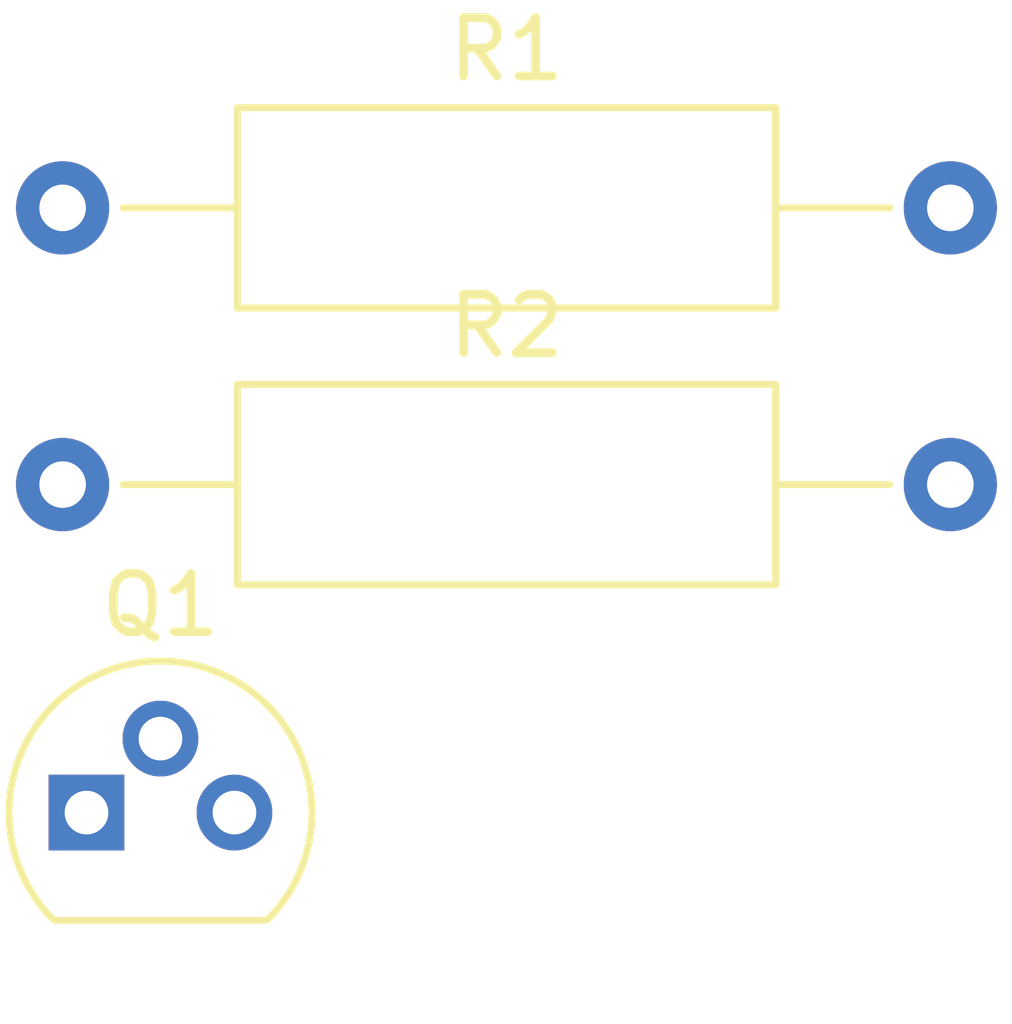
<source format=kicad_pcb>
(kicad_pcb (version 20221018) (generator pcbnew)
  (layers (0 "F.Cu" signal) (31 "B.Cu" signal) (34 "B.Paste" user) (35 "F.Paste" user) (36 "B.SilkS" user "B.Silkscreen") (37 "F.SilkS" user "F.Silkscreen") (38 "B.Mask" user) (39 "F.Mask" user) (44 "Edge.Cuts" user))
  (net 0 "")
  (net 1 "Net-(Q1-C)")
  (net 2 "Net-(Q1-B)")
  (net 3 "Net-(Q1-E)")
  (net 4 "9V")
  (footprint "Package_TO_SOT_THT:TO-92" (layer "F.Cu") (at 86.36 88.9)
    (fp_text reference "Q1" (at 1.27 -3.56) (layer "F.SilkS"))
    (fp_text value "NPN")
    (fp_line (start -0.53 1.85) (end 3.07 1.85) (stroke (width 0.12)) (layer "F.SilkS"))
    (fp_arc (start -0.568478 1.838478) (mid -1.132087 -0.994977) (end 1.27 -2.6) (stroke (width 0.12)) (layer "F.SilkS"))
    (fp_arc (start 1.27 -2.6) (mid 3.672087 -0.994977) (end 3.108478 1.838478) (stroke (width 0.12)) (layer "F.SilkS"))
    (pad "1" thru_hole rect (at 0 0) (size 1.3 1.3) (drill 0.75) (layers "*.Cu" "*.Mask") (net 1 "Net-(Q1-C)"))
    (pad "2" thru_hole circle (at 1.27 -1.27) (size 1.3 1.3) (drill 0.75) (layers "*.Cu" "*.Mask") (net 2 "Net-(Q1-B)"))
    (pad "3" thru_hole circle (at 2.54 0) (size 1.3 1.3) (drill 0.75) (layers "*.Cu" "*.Mask") (net 3 "Net-(Q1-E)"))
  )
  (footprint "Resistor_THT:R_Axial_DIN0309_L9.0mm_D3.2mm_P15.24mm_Horizontal" (layer "F.Cu") (at 85.95 83.27)
    (fp_text reference "R2" (at 7.62 -2.72) (layer "F.SilkS"))
    (fp_text value "R")
    (fp_line (start 1.04 0) (end 3 0) (stroke (width 0.12)) (layer "F.SilkS"))
    (fp_line (start 3 -1.72) (end 3 1.72) (stroke (width 0.12)) (layer "F.SilkS"))
    (fp_line (start 3 1.72) (end 12.24 1.72) (stroke (width 0.12)) (layer "F.SilkS"))
    (fp_line (start 12.24 -1.72) (end 3 -1.72) (stroke (width 0.12)) (layer "F.SilkS"))
    (fp_line (start 12.24 1.72) (end 12.24 -1.72) (stroke (width 0.12)) (layer "F.SilkS"))
    (fp_line (start 14.2 0) (end 12.24 0) (stroke (width 0.12)) (layer "F.SilkS"))
    (pad "1" thru_hole circle (at 0 0) (size 1.6 1.6) (drill 0.8) (layers "*.Cu" "*.Mask") (net 4 "9V"))
    (pad "2" thru_hole oval (at 15.24 0) (size 1.6 1.6) (drill 0.8) (layers "*.Cu" "*.Mask") (net 1 "Net-(Q1-C)"))
  )
  (footprint "Resistor_THT:R_Axial_DIN0309_L9.0mm_D3.2mm_P15.24mm_Horizontal" (layer "F.Cu") (at 85.95 78.52)
    (fp_text reference "R1" (at 7.62 -2.72) (layer "F.SilkS"))
    (fp_text value "R")
    (fp_line (start 1.04 0) (end 3 0) (stroke (width 0.12)) (layer "F.SilkS"))
    (fp_line (start 3 -1.72) (end 3 1.72) (stroke (width 0.12)) (layer "F.SilkS"))
    (fp_line (start 3 1.72) (end 12.24 1.72) (stroke (width 0.12)) (layer "F.SilkS"))
    (fp_line (start 12.24 -1.72) (end 3 -1.72) (stroke (width 0.12)) (layer "F.SilkS"))
    (fp_line (start 12.24 1.72) (end 12.24 -1.72) (stroke (width 0.12)) (layer "F.SilkS"))
    (fp_line (start 14.2 0) (end 12.24 0) (stroke (width 0.12)) (layer "F.SilkS"))
    (pad "1" thru_hole circle (at 0 0) (size 1.6 1.6) (drill 0.8) (layers "*.Cu" "*.Mask") (net 2 "Net-(Q1-B)"))
    (pad "2" thru_hole oval (at 15.24 0) (size 1.6 1.6) (drill 0.8) (layers "*.Cu" "*.Mask") (net 1 "Net-(Q1-C)"))
  )
)
</source>
